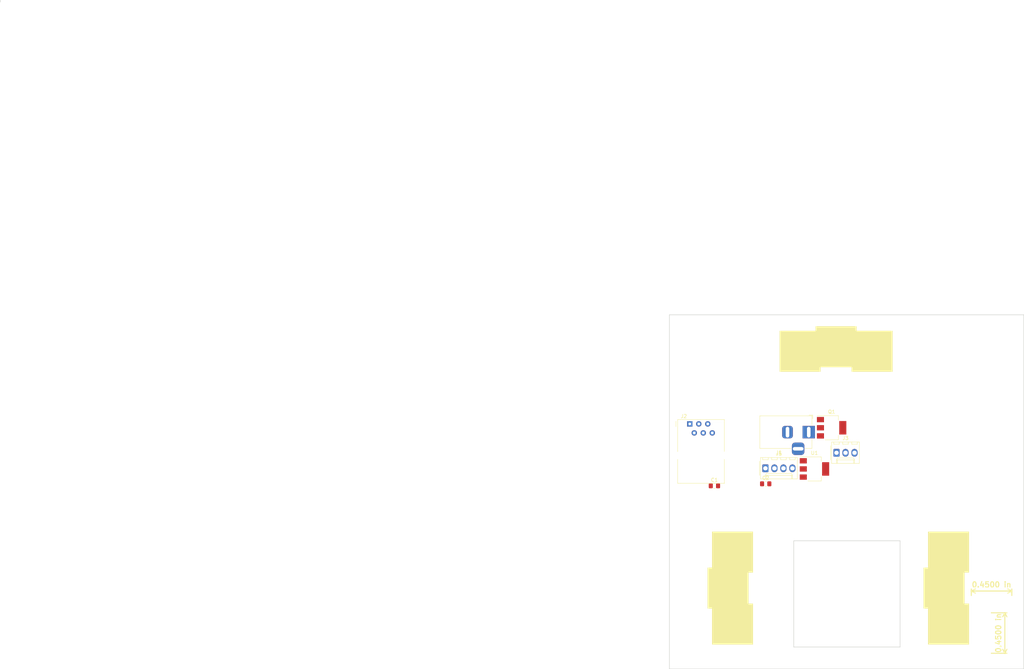
<source format=kicad_pcb>
(kicad_pcb (version 20171130) (host pcbnew "(5.0.1-3-g963ef8bb5)")

  (general
    (thickness 1.6)
    (drawings 20)
    (tracks 0)
    (zones 0)
    (modules 8)
    (nets 18)
  )

  (page A4)
  (title_block
    (title Incu-Simple)
  )

  (layers
    (0 F.Cu signal)
    (31 B.Cu signal)
    (32 B.Adhes user)
    (33 F.Adhes user)
    (34 B.Paste user)
    (35 F.Paste user)
    (36 B.SilkS user)
    (37 F.SilkS user)
    (38 B.Mask user)
    (39 F.Mask user)
    (40 Dwgs.User user)
    (41 Cmts.User user)
    (42 Eco1.User user)
    (43 Eco2.User user)
    (44 Edge.Cuts user)
    (45 Margin user)
    (46 B.CrtYd user)
    (47 F.CrtYd user)
    (48 B.Fab user)
    (49 F.Fab user)
  )

  (setup
    (last_trace_width 0.25)
    (trace_clearance 0.2)
    (zone_clearance 0.508)
    (zone_45_only no)
    (trace_min 0.2)
    (segment_width 0.2)
    (edge_width 0.2)
    (via_size 0.8)
    (via_drill 0.4)
    (via_min_size 0.4)
    (via_min_drill 0.3)
    (uvia_size 0.3)
    (uvia_drill 0.1)
    (uvias_allowed no)
    (uvia_min_size 0.2)
    (uvia_min_drill 0.1)
    (pcb_text_width 0.3)
    (pcb_text_size 1.5 1.5)
    (mod_edge_width 0.15)
    (mod_text_size 1 1)
    (mod_text_width 0.15)
    (pad_size 1.524 1.524)
    (pad_drill 0.762)
    (pad_to_mask_clearance 0.051)
    (solder_mask_min_width 0.25)
    (aux_axis_origin 0 0)
    (visible_elements FFFFFF7F)
    (pcbplotparams
      (layerselection 0x010fc_ffffffff)
      (usegerberextensions false)
      (usegerberattributes false)
      (usegerberadvancedattributes false)
      (creategerberjobfile false)
      (excludeedgelayer true)
      (linewidth 0.100000)
      (plotframeref false)
      (viasonmask false)
      (mode 1)
      (useauxorigin false)
      (hpglpennumber 1)
      (hpglpenspeed 20)
      (hpglpendiameter 15.000000)
      (psnegative false)
      (psa4output false)
      (plotreference true)
      (plotvalue true)
      (plotinvisibletext false)
      (padsonsilk false)
      (subtractmaskfromsilk false)
      (outputformat 1)
      (mirror false)
      (drillshape 1)
      (scaleselection 1)
      (outputdirectory ""))
  )

  (net 0 "")
  (net 1 +12V)
  (net 2 GND)
  (net 3 +5V)
  (net 4 "Net-(J2-Pad2)")
  (net 5 "Net-(J2-Pad1)")
  (net 6 "Net-(J3-Pad1)")
  (net 7 "Net-(J3-Pad2)")
  (net 8 "Net-(J3-Pad3)")
  (net 9 "Net-(J5-Pad1)")
  (net 10 "Net-(J5-Pad2)")
  (net 11 "Net-(J5-Pad3)")
  (net 12 "Net-(Q1-Pad1)")
  (net 13 "Net-(Q1-Pad3)")
  (net 14 "Net-(Q1-Pad2)")
  (net 15 "Net-(J2-Pad5)")
  (net 16 "Net-(J2-Pad4)")
  (net 17 "Net-(J2-Pad3)")

  (net_class Default "This is the default net class."
    (clearance 0.2)
    (trace_width 0.25)
    (via_dia 0.8)
    (via_drill 0.4)
    (uvia_dia 0.3)
    (uvia_drill 0.1)
    (add_net +12V)
    (add_net +5V)
    (add_net GND)
    (add_net "Net-(J2-Pad1)")
    (add_net "Net-(J2-Pad2)")
    (add_net "Net-(J2-Pad3)")
    (add_net "Net-(J2-Pad4)")
    (add_net "Net-(J2-Pad5)")
    (add_net "Net-(J3-Pad1)")
    (add_net "Net-(J3-Pad2)")
    (add_net "Net-(J3-Pad3)")
    (add_net "Net-(J5-Pad1)")
    (add_net "Net-(J5-Pad2)")
    (add_net "Net-(J5-Pad3)")
    (add_net "Net-(Q1-Pad1)")
    (add_net "Net-(Q1-Pad2)")
    (add_net "Net-(Q1-Pad3)")
  )

  (module Capacitor_SMD:C_0805_2012Metric_Pad1.15x1.40mm_HandSolder (layer F.Cu) (tedit 5B36C52B) (tstamp 5CD528B6)
    (at 212.695001 148.295001)
    (descr "Capacitor SMD 0805 (2012 Metric), square (rectangular) end terminal, IPC_7351 nominal with elongated pad for handsoldering. (Body size source: https://docs.google.com/spreadsheets/d/1BsfQQcO9C6DZCsRaXUlFlo91Tg2WpOkGARC1WS5S8t0/edit?usp=sharing), generated with kicad-footprint-generator")
    (tags "capacitor handsolder")
    (path /5C7EDD90)
    (attr smd)
    (fp_text reference C1 (at 0 -1.65) (layer F.SilkS)
      (effects (font (size 1 1) (thickness 0.15)))
    )
    (fp_text value C (at 0 1.65) (layer F.Fab)
      (effects (font (size 1 1) (thickness 0.15)))
    )
    (fp_text user %R (at 0 0) (layer F.Fab)
      (effects (font (size 0.5 0.5) (thickness 0.08)))
    )
    (fp_line (start 1.85 0.95) (end -1.85 0.95) (layer F.CrtYd) (width 0.05))
    (fp_line (start 1.85 -0.95) (end 1.85 0.95) (layer F.CrtYd) (width 0.05))
    (fp_line (start -1.85 -0.95) (end 1.85 -0.95) (layer F.CrtYd) (width 0.05))
    (fp_line (start -1.85 0.95) (end -1.85 -0.95) (layer F.CrtYd) (width 0.05))
    (fp_line (start -0.261252 0.71) (end 0.261252 0.71) (layer F.SilkS) (width 0.12))
    (fp_line (start -0.261252 -0.71) (end 0.261252 -0.71) (layer F.SilkS) (width 0.12))
    (fp_line (start 1 0.6) (end -1 0.6) (layer F.Fab) (width 0.1))
    (fp_line (start 1 -0.6) (end 1 0.6) (layer F.Fab) (width 0.1))
    (fp_line (start -1 -0.6) (end 1 -0.6) (layer F.Fab) (width 0.1))
    (fp_line (start -1 0.6) (end -1 -0.6) (layer F.Fab) (width 0.1))
    (pad 2 smd roundrect (at 1.025 0) (size 1.15 1.4) (layers F.Cu F.Paste F.Mask) (roundrect_rratio 0.217391)
      (net 2 GND))
    (pad 1 smd roundrect (at -1.025 0) (size 1.15 1.4) (layers F.Cu F.Paste F.Mask) (roundrect_rratio 0.217391)
      (net 1 +12V))
    (model ${KISYS3DMOD}/Capacitor_SMD.3dshapes/C_0805_2012Metric.wrl
      (at (xyz 0 0 0))
      (scale (xyz 1 1 1))
      (rotate (xyz 0 0 0))
    )
  )

  (module Capacitor_SMD:C_0805_2012Metric_Pad1.15x1.40mm_HandSolder (layer F.Cu) (tedit 5B36C52B) (tstamp 5CD528C7)
    (at 227.165001 147.725001)
    (descr "Capacitor SMD 0805 (2012 Metric), square (rectangular) end terminal, IPC_7351 nominal with elongated pad for handsoldering. (Body size source: https://docs.google.com/spreadsheets/d/1BsfQQcO9C6DZCsRaXUlFlo91Tg2WpOkGARC1WS5S8t0/edit?usp=sharing), generated with kicad-footprint-generator")
    (tags "capacitor handsolder")
    (path /5C7EDDCC)
    (attr smd)
    (fp_text reference C2 (at 0 -1.65) (layer F.SilkS)
      (effects (font (size 1 1) (thickness 0.15)))
    )
    (fp_text value C (at 0 1.65) (layer F.Fab)
      (effects (font (size 1 1) (thickness 0.15)))
    )
    (fp_line (start -1 0.6) (end -1 -0.6) (layer F.Fab) (width 0.1))
    (fp_line (start -1 -0.6) (end 1 -0.6) (layer F.Fab) (width 0.1))
    (fp_line (start 1 -0.6) (end 1 0.6) (layer F.Fab) (width 0.1))
    (fp_line (start 1 0.6) (end -1 0.6) (layer F.Fab) (width 0.1))
    (fp_line (start -0.261252 -0.71) (end 0.261252 -0.71) (layer F.SilkS) (width 0.12))
    (fp_line (start -0.261252 0.71) (end 0.261252 0.71) (layer F.SilkS) (width 0.12))
    (fp_line (start -1.85 0.95) (end -1.85 -0.95) (layer F.CrtYd) (width 0.05))
    (fp_line (start -1.85 -0.95) (end 1.85 -0.95) (layer F.CrtYd) (width 0.05))
    (fp_line (start 1.85 -0.95) (end 1.85 0.95) (layer F.CrtYd) (width 0.05))
    (fp_line (start 1.85 0.95) (end -1.85 0.95) (layer F.CrtYd) (width 0.05))
    (fp_text user %R (at 0 0) (layer F.Fab)
      (effects (font (size 0.5 0.5) (thickness 0.08)))
    )
    (pad 1 smd roundrect (at -1.025 0) (size 1.15 1.4) (layers F.Cu F.Paste F.Mask) (roundrect_rratio 0.217391)
      (net 3 +5V))
    (pad 2 smd roundrect (at 1.025 0) (size 1.15 1.4) (layers F.Cu F.Paste F.Mask) (roundrect_rratio 0.217391)
      (net 2 GND))
    (model ${KISYS3DMOD}/Capacitor_SMD.3dshapes/C_0805_2012Metric.wrl
      (at (xyz 0 0 0))
      (scale (xyz 1 1 1))
      (rotate (xyz 0 0 0))
    )
  )

  (module Connector_BarrelJack:BarrelJack_Horizontal (layer F.Cu) (tedit 5A1DBF6A) (tstamp 5CD528EA)
    (at 239.315001 133.130001)
    (descr "DC Barrel Jack")
    (tags "Power Jack")
    (path /5C7ED938)
    (fp_text reference J1 (at -8.45 5.75) (layer F.SilkS)
      (effects (font (size 1 1) (thickness 0.15)))
    )
    (fp_text value Conn_Coaxial_Power (at -6.2 -5.5) (layer F.Fab)
      (effects (font (size 1 1) (thickness 0.15)))
    )
    (fp_text user %R (at -3 -2.95) (layer F.Fab)
      (effects (font (size 1 1) (thickness 0.15)))
    )
    (fp_line (start -0.003213 -4.505425) (end 0.8 -3.75) (layer F.Fab) (width 0.1))
    (fp_line (start 1.1 -3.75) (end 1.1 -4.8) (layer F.SilkS) (width 0.12))
    (fp_line (start 0.05 -4.8) (end 1.1 -4.8) (layer F.SilkS) (width 0.12))
    (fp_line (start 1 -4.5) (end 1 -4.75) (layer F.CrtYd) (width 0.05))
    (fp_line (start 1 -4.75) (end -14 -4.75) (layer F.CrtYd) (width 0.05))
    (fp_line (start 1 -4.5) (end 1 -2) (layer F.CrtYd) (width 0.05))
    (fp_line (start 1 -2) (end 2 -2) (layer F.CrtYd) (width 0.05))
    (fp_line (start 2 -2) (end 2 2) (layer F.CrtYd) (width 0.05))
    (fp_line (start 2 2) (end 1 2) (layer F.CrtYd) (width 0.05))
    (fp_line (start 1 2) (end 1 4.75) (layer F.CrtYd) (width 0.05))
    (fp_line (start 1 4.75) (end -1 4.75) (layer F.CrtYd) (width 0.05))
    (fp_line (start -1 4.75) (end -1 6.75) (layer F.CrtYd) (width 0.05))
    (fp_line (start -1 6.75) (end -5 6.75) (layer F.CrtYd) (width 0.05))
    (fp_line (start -5 6.75) (end -5 4.75) (layer F.CrtYd) (width 0.05))
    (fp_line (start -5 4.75) (end -14 4.75) (layer F.CrtYd) (width 0.05))
    (fp_line (start -14 4.75) (end -14 -4.75) (layer F.CrtYd) (width 0.05))
    (fp_line (start -5 4.6) (end -13.8 4.6) (layer F.SilkS) (width 0.12))
    (fp_line (start -13.8 4.6) (end -13.8 -4.6) (layer F.SilkS) (width 0.12))
    (fp_line (start 0.9 1.9) (end 0.9 4.6) (layer F.SilkS) (width 0.12))
    (fp_line (start 0.9 4.6) (end -1 4.6) (layer F.SilkS) (width 0.12))
    (fp_line (start -13.8 -4.6) (end 0.9 -4.6) (layer F.SilkS) (width 0.12))
    (fp_line (start 0.9 -4.6) (end 0.9 -2) (layer F.SilkS) (width 0.12))
    (fp_line (start -10.2 -4.5) (end -10.2 4.5) (layer F.Fab) (width 0.1))
    (fp_line (start -13.7 -4.5) (end -13.7 4.5) (layer F.Fab) (width 0.1))
    (fp_line (start -13.7 4.5) (end 0.8 4.5) (layer F.Fab) (width 0.1))
    (fp_line (start 0.8 4.5) (end 0.8 -3.75) (layer F.Fab) (width 0.1))
    (fp_line (start 0 -4.5) (end -13.7 -4.5) (layer F.Fab) (width 0.1))
    (pad 1 thru_hole rect (at 0 0) (size 3.5 3.5) (drill oval 1 3) (layers *.Cu *.Mask)
      (net 1 +12V))
    (pad 2 thru_hole roundrect (at -6 0) (size 3 3.5) (drill oval 1 3) (layers *.Cu *.Mask) (roundrect_rratio 0.25)
      (net 2 GND))
    (pad 3 thru_hole roundrect (at -3 4.7) (size 3.5 3.5) (drill oval 3 1) (layers *.Cu *.Mask) (roundrect_rratio 0.25))
    (model ${KISYS3DMOD}/Connector_BarrelJack.3dshapes/BarrelJack_Horizontal.wrl
      (at (xyz 0 0 0))
      (scale (xyz 1 1 1))
      (rotate (xyz 0 0 0))
    )
  )

  (module Connector_RJ:RJ12_Amphenol_54601 (layer F.Cu) (tedit 5AE2E32D) (tstamp 5CD5290C)
    (at 205.74 130.81)
    (descr "RJ12 connector  https://cdn.amphenol-icc.com/media/wysiwyg/files/drawing/c-bmj-0082.pdf")
    (tags "RJ12 connector")
    (path /5CC89C51)
    (fp_text reference J2 (at -1.67 -2.16) (layer F.SilkS)
      (effects (font (size 1 1) (thickness 0.15)))
    )
    (fp_text value RJ12 (at 3.54 18.3) (layer F.Fab)
      (effects (font (size 1 1) (thickness 0.15)))
    )
    (fp_line (start -3.43 -0.48) (end -3.43 -1.23) (layer F.Fab) (width 0.1))
    (fp_line (start -2.93 0.02) (end -3.43 -0.48) (layer F.Fab) (width 0.1))
    (fp_line (start -3.43 0.52) (end -2.93 0.02) (layer F.Fab) (width 0.1))
    (fp_line (start -3.9 0.77) (end -3.9 -0.76) (layer F.SilkS) (width 0.12))
    (fp_line (start -3.43 7.79) (end -3.43 -1.23) (layer F.SilkS) (width 0.12))
    (fp_line (start -3.43 7.72) (end -3.43 7.79) (layer F.SilkS) (width 0.1))
    (fp_line (start -3.43 16.77) (end -3.43 9.99) (layer F.SilkS) (width 0.12))
    (fp_line (start 9.77 16.77) (end -3.43 16.77) (layer F.SilkS) (width 0.12))
    (fp_line (start 9.77 16.76) (end 9.77 16.77) (layer F.SilkS) (width 0.1))
    (fp_line (start 9.77 16.77) (end 9.77 9.99) (layer F.SilkS) (width 0.12))
    (fp_line (start 9.77 16.65) (end 9.77 16.77) (layer F.SilkS) (width 0.1))
    (fp_line (start 9.77 -1.23) (end 9.77 7.79) (layer F.SilkS) (width 0.12))
    (fp_line (start -3.43 -1.23) (end 9.77 -1.23) (layer F.SilkS) (width 0.12))
    (fp_line (start -4.04 17.27) (end -4.04 -1.73) (layer F.CrtYd) (width 0.05))
    (fp_line (start 10.38 17.27) (end -4.04 17.27) (layer F.CrtYd) (width 0.05))
    (fp_line (start 10.38 -1.73) (end 10.38 17.27) (layer F.CrtYd) (width 0.05))
    (fp_line (start -4.04 -1.73) (end 10.38 -1.73) (layer F.CrtYd) (width 0.05))
    (fp_line (start 9.77 16.77) (end -3.43 16.77) (layer F.Fab) (width 0.1))
    (fp_line (start 9.77 -1.23) (end 9.77 16.77) (layer F.Fab) (width 0.1))
    (fp_line (start -3.43 -1.23) (end 9.77 -1.23) (layer F.Fab) (width 0.1))
    (fp_line (start -3.43 16.77) (end -3.43 0.52) (layer F.Fab) (width 0.1))
    (fp_text user %R (at 3.16 7.76) (layer F.Fab)
      (effects (font (size 1 1) (thickness 0.15)))
    )
    (pad "" np_thru_hole circle (at 8.25 8.89) (size 3.25 3.25) (drill 3.25) (layers *.Cu *.Mask))
    (pad 6 thru_hole circle (at 6.35 2.54) (size 1.52 1.52) (drill 0.76) (layers *.Cu *.Mask)
      (net 2 GND))
    (pad 5 thru_hole circle (at 5.08 0) (size 1.52 1.52) (drill 0.76) (layers *.Cu *.Mask)
      (net 15 "Net-(J2-Pad5)"))
    (pad 4 thru_hole circle (at 3.81 2.54) (size 1.52 1.52) (drill 0.76) (layers *.Cu *.Mask)
      (net 16 "Net-(J2-Pad4)"))
    (pad 3 thru_hole circle (at 2.54 0) (size 1.52 1.52) (drill 0.76) (layers *.Cu *.Mask)
      (net 17 "Net-(J2-Pad3)"))
    (pad 2 thru_hole circle (at 1.27 2.54) (size 1.52 1.52) (drill 0.76) (layers *.Cu *.Mask)
      (net 4 "Net-(J2-Pad2)"))
    (pad "" np_thru_hole circle (at -1.91 8.89) (size 3.25 3.25) (drill 3.25) (layers *.Cu *.Mask))
    (pad 1 thru_hole rect (at 0 0) (size 1.52 1.52) (drill 0.76) (layers *.Cu *.Mask)
      (net 5 "Net-(J2-Pad1)"))
    (model ${KISYS3DMOD}/Connector_RJ.3dshapes/RJ12_Amphenol_54601.wrl
      (at (xyz 0 0 0))
      (scale (xyz 1 1 1))
      (rotate (xyz 0 0 0))
    )
  )

  (module Connector_Molex:Molex_KK-254_AE-6410-03A_1x03_P2.54mm_Vertical (layer F.Cu) (tedit 5B78013E) (tstamp 5CD52934)
    (at 247.145001 138.965001)
    (descr "Molex KK-254 Interconnect System, old/engineering part number: AE-6410-03A example for new part number: 22-27-2031, 3 Pins (http://www.molex.com/pdm_docs/sd/022272021_sd.pdf), generated with kicad-footprint-generator")
    (tags "connector Molex KK-254 side entry")
    (path /5C7EE008)
    (fp_text reference J3 (at 2.54 -4.12) (layer F.SilkS)
      (effects (font (size 1 1) (thickness 0.15)))
    )
    (fp_text value Onewire1 (at 2.54 4.08) (layer F.Fab)
      (effects (font (size 1 1) (thickness 0.15)))
    )
    (fp_line (start -1.27 -2.92) (end -1.27 2.88) (layer F.Fab) (width 0.1))
    (fp_line (start -1.27 2.88) (end 6.35 2.88) (layer F.Fab) (width 0.1))
    (fp_line (start 6.35 2.88) (end 6.35 -2.92) (layer F.Fab) (width 0.1))
    (fp_line (start 6.35 -2.92) (end -1.27 -2.92) (layer F.Fab) (width 0.1))
    (fp_line (start -1.38 -3.03) (end -1.38 2.99) (layer F.SilkS) (width 0.12))
    (fp_line (start -1.38 2.99) (end 6.46 2.99) (layer F.SilkS) (width 0.12))
    (fp_line (start 6.46 2.99) (end 6.46 -3.03) (layer F.SilkS) (width 0.12))
    (fp_line (start 6.46 -3.03) (end -1.38 -3.03) (layer F.SilkS) (width 0.12))
    (fp_line (start -1.67 -2) (end -1.67 2) (layer F.SilkS) (width 0.12))
    (fp_line (start -1.27 -0.5) (end -0.562893 0) (layer F.Fab) (width 0.1))
    (fp_line (start -0.562893 0) (end -1.27 0.5) (layer F.Fab) (width 0.1))
    (fp_line (start 0 2.99) (end 0 1.99) (layer F.SilkS) (width 0.12))
    (fp_line (start 0 1.99) (end 5.08 1.99) (layer F.SilkS) (width 0.12))
    (fp_line (start 5.08 1.99) (end 5.08 2.99) (layer F.SilkS) (width 0.12))
    (fp_line (start 0 1.99) (end 0.25 1.46) (layer F.SilkS) (width 0.12))
    (fp_line (start 0.25 1.46) (end 4.83 1.46) (layer F.SilkS) (width 0.12))
    (fp_line (start 4.83 1.46) (end 5.08 1.99) (layer F.SilkS) (width 0.12))
    (fp_line (start 0.25 2.99) (end 0.25 1.99) (layer F.SilkS) (width 0.12))
    (fp_line (start 4.83 2.99) (end 4.83 1.99) (layer F.SilkS) (width 0.12))
    (fp_line (start -0.8 -3.03) (end -0.8 -2.43) (layer F.SilkS) (width 0.12))
    (fp_line (start -0.8 -2.43) (end 0.8 -2.43) (layer F.SilkS) (width 0.12))
    (fp_line (start 0.8 -2.43) (end 0.8 -3.03) (layer F.SilkS) (width 0.12))
    (fp_line (start 1.74 -3.03) (end 1.74 -2.43) (layer F.SilkS) (width 0.12))
    (fp_line (start 1.74 -2.43) (end 3.34 -2.43) (layer F.SilkS) (width 0.12))
    (fp_line (start 3.34 -2.43) (end 3.34 -3.03) (layer F.SilkS) (width 0.12))
    (fp_line (start 4.28 -3.03) (end 4.28 -2.43) (layer F.SilkS) (width 0.12))
    (fp_line (start 4.28 -2.43) (end 5.88 -2.43) (layer F.SilkS) (width 0.12))
    (fp_line (start 5.88 -2.43) (end 5.88 -3.03) (layer F.SilkS) (width 0.12))
    (fp_line (start -1.77 -3.42) (end -1.77 3.38) (layer F.CrtYd) (width 0.05))
    (fp_line (start -1.77 3.38) (end 6.85 3.38) (layer F.CrtYd) (width 0.05))
    (fp_line (start 6.85 3.38) (end 6.85 -3.42) (layer F.CrtYd) (width 0.05))
    (fp_line (start 6.85 -3.42) (end -1.77 -3.42) (layer F.CrtYd) (width 0.05))
    (fp_text user %R (at 2.54 -2.22) (layer F.Fab)
      (effects (font (size 1 1) (thickness 0.15)))
    )
    (pad 1 thru_hole roundrect (at 0 0) (size 1.74 2.2) (drill 1.2) (layers *.Cu *.Mask) (roundrect_rratio 0.143678)
      (net 6 "Net-(J3-Pad1)"))
    (pad 2 thru_hole oval (at 2.54 0) (size 1.74 2.2) (drill 1.2) (layers *.Cu *.Mask)
      (net 7 "Net-(J3-Pad2)"))
    (pad 3 thru_hole oval (at 5.08 0) (size 1.74 2.2) (drill 1.2) (layers *.Cu *.Mask)
      (net 8 "Net-(J3-Pad3)"))
    (model ${KISYS3DMOD}/Connector_Molex.3dshapes/Molex_KK-254_AE-6410-03A_1x03_P2.54mm_Vertical.wrl
      (at (xyz 0 0 0))
      (scale (xyz 1 1 1))
      (rotate (xyz 0 0 0))
    )
  )

  (module Connector_Molex:Molex_KK-254_AE-6410-04A_1x04_P2.54mm_Vertical (layer F.Cu) (tedit 5B78013E) (tstamp 5CD52960)
    (at 227.085001 143.345001)
    (descr "Molex KK-254 Interconnect System, old/engineering part number: AE-6410-04A example for new part number: 22-27-2041, 4 Pins (http://www.molex.com/pdm_docs/sd/022272021_sd.pdf), generated with kicad-footprint-generator")
    (tags "connector Molex KK-254 side entry")
    (path /5C7EE281)
    (fp_text reference J5 (at 3.81 -4.12) (layer F.SilkS)
      (effects (font (size 1 1) (thickness 0.15)))
    )
    (fp_text value Onewire2 (at 3.81 4.08) (layer F.Fab)
      (effects (font (size 1 1) (thickness 0.15)))
    )
    (fp_line (start -1.27 -2.92) (end -1.27 2.88) (layer F.Fab) (width 0.1))
    (fp_line (start -1.27 2.88) (end 8.89 2.88) (layer F.Fab) (width 0.1))
    (fp_line (start 8.89 2.88) (end 8.89 -2.92) (layer F.Fab) (width 0.1))
    (fp_line (start 8.89 -2.92) (end -1.27 -2.92) (layer F.Fab) (width 0.1))
    (fp_line (start -1.38 -3.03) (end -1.38 2.99) (layer F.SilkS) (width 0.12))
    (fp_line (start -1.38 2.99) (end 9 2.99) (layer F.SilkS) (width 0.12))
    (fp_line (start 9 2.99) (end 9 -3.03) (layer F.SilkS) (width 0.12))
    (fp_line (start 9 -3.03) (end -1.38 -3.03) (layer F.SilkS) (width 0.12))
    (fp_line (start -1.67 -2) (end -1.67 2) (layer F.SilkS) (width 0.12))
    (fp_line (start -1.27 -0.5) (end -0.562893 0) (layer F.Fab) (width 0.1))
    (fp_line (start -0.562893 0) (end -1.27 0.5) (layer F.Fab) (width 0.1))
    (fp_line (start 0 2.99) (end 0 1.99) (layer F.SilkS) (width 0.12))
    (fp_line (start 0 1.99) (end 7.62 1.99) (layer F.SilkS) (width 0.12))
    (fp_line (start 7.62 1.99) (end 7.62 2.99) (layer F.SilkS) (width 0.12))
    (fp_line (start 0 1.99) (end 0.25 1.46) (layer F.SilkS) (width 0.12))
    (fp_line (start 0.25 1.46) (end 7.37 1.46) (layer F.SilkS) (width 0.12))
    (fp_line (start 7.37 1.46) (end 7.62 1.99) (layer F.SilkS) (width 0.12))
    (fp_line (start 0.25 2.99) (end 0.25 1.99) (layer F.SilkS) (width 0.12))
    (fp_line (start 7.37 2.99) (end 7.37 1.99) (layer F.SilkS) (width 0.12))
    (fp_line (start -0.8 -3.03) (end -0.8 -2.43) (layer F.SilkS) (width 0.12))
    (fp_line (start -0.8 -2.43) (end 0.8 -2.43) (layer F.SilkS) (width 0.12))
    (fp_line (start 0.8 -2.43) (end 0.8 -3.03) (layer F.SilkS) (width 0.12))
    (fp_line (start 1.74 -3.03) (end 1.74 -2.43) (layer F.SilkS) (width 0.12))
    (fp_line (start 1.74 -2.43) (end 3.34 -2.43) (layer F.SilkS) (width 0.12))
    (fp_line (start 3.34 -2.43) (end 3.34 -3.03) (layer F.SilkS) (width 0.12))
    (fp_line (start 4.28 -3.03) (end 4.28 -2.43) (layer F.SilkS) (width 0.12))
    (fp_line (start 4.28 -2.43) (end 5.88 -2.43) (layer F.SilkS) (width 0.12))
    (fp_line (start 5.88 -2.43) (end 5.88 -3.03) (layer F.SilkS) (width 0.12))
    (fp_line (start 6.82 -3.03) (end 6.82 -2.43) (layer F.SilkS) (width 0.12))
    (fp_line (start 6.82 -2.43) (end 8.42 -2.43) (layer F.SilkS) (width 0.12))
    (fp_line (start 8.42 -2.43) (end 8.42 -3.03) (layer F.SilkS) (width 0.12))
    (fp_line (start -1.77 -3.42) (end -1.77 3.38) (layer F.CrtYd) (width 0.05))
    (fp_line (start -1.77 3.38) (end 9.39 3.38) (layer F.CrtYd) (width 0.05))
    (fp_line (start 9.39 3.38) (end 9.39 -3.42) (layer F.CrtYd) (width 0.05))
    (fp_line (start 9.39 -3.42) (end -1.77 -3.42) (layer F.CrtYd) (width 0.05))
    (fp_text user %R (at 3.81 -2.22) (layer F.Fab)
      (effects (font (size 1 1) (thickness 0.15)))
    )
    (pad 1 thru_hole roundrect (at 0 0) (size 1.74 2.2) (drill 1.2) (layers *.Cu *.Mask) (roundrect_rratio 0.143678)
      (net 9 "Net-(J5-Pad1)"))
    (pad 2 thru_hole oval (at 2.54 0) (size 1.74 2.2) (drill 1.2) (layers *.Cu *.Mask)
      (net 10 "Net-(J5-Pad2)"))
    (pad 3 thru_hole oval (at 5.08 0) (size 1.74 2.2) (drill 1.2) (layers *.Cu *.Mask)
      (net 11 "Net-(J5-Pad3)"))
    (pad 4 thru_hole oval (at 7.62 0) (size 1.74 2.2) (drill 1.2) (layers *.Cu *.Mask))
    (model ${KISYS3DMOD}/Connector_Molex.3dshapes/Molex_KK-254_AE-6410-04A_1x04_P2.54mm_Vertical.wrl
      (at (xyz 0 0 0))
      (scale (xyz 1 1 1))
      (rotate (xyz 0 0 0))
    )
  )

  (module Package_TO_SOT_SMD:SOT-223-3_TabPin2 (layer F.Cu) (tedit 5A02FF57) (tstamp 5CD52976)
    (at 245.765001 131.895001)
    (descr "module CMS SOT223 4 pins")
    (tags "CMS SOT")
    (path /5C8944AE)
    (attr smd)
    (fp_text reference Q1 (at 0 -4.5) (layer F.SilkS)
      (effects (font (size 1 1) (thickness 0.15)))
    )
    (fp_text value BSP75 (at 0 4.5) (layer F.Fab)
      (effects (font (size 1 1) (thickness 0.15)))
    )
    (fp_text user %R (at 0 0 90) (layer F.Fab)
      (effects (font (size 0.8 0.8) (thickness 0.12)))
    )
    (fp_line (start 1.91 3.41) (end 1.91 2.15) (layer F.SilkS) (width 0.12))
    (fp_line (start 1.91 -3.41) (end 1.91 -2.15) (layer F.SilkS) (width 0.12))
    (fp_line (start 4.4 -3.6) (end -4.4 -3.6) (layer F.CrtYd) (width 0.05))
    (fp_line (start 4.4 3.6) (end 4.4 -3.6) (layer F.CrtYd) (width 0.05))
    (fp_line (start -4.4 3.6) (end 4.4 3.6) (layer F.CrtYd) (width 0.05))
    (fp_line (start -4.4 -3.6) (end -4.4 3.6) (layer F.CrtYd) (width 0.05))
    (fp_line (start -1.85 -2.35) (end -0.85 -3.35) (layer F.Fab) (width 0.1))
    (fp_line (start -1.85 -2.35) (end -1.85 3.35) (layer F.Fab) (width 0.1))
    (fp_line (start -1.85 3.41) (end 1.91 3.41) (layer F.SilkS) (width 0.12))
    (fp_line (start -0.85 -3.35) (end 1.85 -3.35) (layer F.Fab) (width 0.1))
    (fp_line (start -4.1 -3.41) (end 1.91 -3.41) (layer F.SilkS) (width 0.12))
    (fp_line (start -1.85 3.35) (end 1.85 3.35) (layer F.Fab) (width 0.1))
    (fp_line (start 1.85 -3.35) (end 1.85 3.35) (layer F.Fab) (width 0.1))
    (pad 2 smd rect (at 3.15 0) (size 2 3.8) (layers F.Cu F.Paste F.Mask)
      (net 14 "Net-(Q1-Pad2)"))
    (pad 2 smd rect (at -3.15 0) (size 2 1.5) (layers F.Cu F.Paste F.Mask)
      (net 14 "Net-(Q1-Pad2)"))
    (pad 3 smd rect (at -3.15 2.3) (size 2 1.5) (layers F.Cu F.Paste F.Mask)
      (net 13 "Net-(Q1-Pad3)"))
    (pad 1 smd rect (at -3.15 -2.3) (size 2 1.5) (layers F.Cu F.Paste F.Mask)
      (net 12 "Net-(Q1-Pad1)"))
    (model ${KISYS3DMOD}/Package_TO_SOT_SMD.3dshapes/SOT-223.wrl
      (at (xyz 0 0 0))
      (scale (xyz 1 1 1))
      (rotate (xyz 0 0 0))
    )
  )

  (module Package_TO_SOT_SMD:SOT-223-3_TabPin2 (layer F.Cu) (tedit 5A02FF57) (tstamp 5CD5298C)
    (at 240.925001 143.525001)
    (descr "module CMS SOT223 4 pins")
    (tags "CMS SOT")
    (path /5C7EDBD7)
    (attr smd)
    (fp_text reference U1 (at 0 -4.5) (layer F.SilkS)
      (effects (font (size 1 1) (thickness 0.15)))
    )
    (fp_text value MCP1703A-5002_SOT223 (at 0 4.5) (layer F.Fab)
      (effects (font (size 1 1) (thickness 0.15)))
    )
    (fp_line (start 1.85 -3.35) (end 1.85 3.35) (layer F.Fab) (width 0.1))
    (fp_line (start -1.85 3.35) (end 1.85 3.35) (layer F.Fab) (width 0.1))
    (fp_line (start -4.1 -3.41) (end 1.91 -3.41) (layer F.SilkS) (width 0.12))
    (fp_line (start -0.85 -3.35) (end 1.85 -3.35) (layer F.Fab) (width 0.1))
    (fp_line (start -1.85 3.41) (end 1.91 3.41) (layer F.SilkS) (width 0.12))
    (fp_line (start -1.85 -2.35) (end -1.85 3.35) (layer F.Fab) (width 0.1))
    (fp_line (start -1.85 -2.35) (end -0.85 -3.35) (layer F.Fab) (width 0.1))
    (fp_line (start -4.4 -3.6) (end -4.4 3.6) (layer F.CrtYd) (width 0.05))
    (fp_line (start -4.4 3.6) (end 4.4 3.6) (layer F.CrtYd) (width 0.05))
    (fp_line (start 4.4 3.6) (end 4.4 -3.6) (layer F.CrtYd) (width 0.05))
    (fp_line (start 4.4 -3.6) (end -4.4 -3.6) (layer F.CrtYd) (width 0.05))
    (fp_line (start 1.91 -3.41) (end 1.91 -2.15) (layer F.SilkS) (width 0.12))
    (fp_line (start 1.91 3.41) (end 1.91 2.15) (layer F.SilkS) (width 0.12))
    (fp_text user %R (at 0 0 90) (layer F.Fab)
      (effects (font (size 0.8 0.8) (thickness 0.12)))
    )
    (pad 1 smd rect (at -3.15 -2.3) (size 2 1.5) (layers F.Cu F.Paste F.Mask)
      (net 1 +12V))
    (pad 3 smd rect (at -3.15 2.3) (size 2 1.5) (layers F.Cu F.Paste F.Mask)
      (net 3 +5V))
    (pad 2 smd rect (at -3.15 0) (size 2 1.5) (layers F.Cu F.Paste F.Mask)
      (net 2 GND))
    (pad 2 smd rect (at 3.15 0) (size 2 3.8) (layers F.Cu F.Paste F.Mask)
      (net 2 GND))
    (model ${KISYS3DMOD}/Package_TO_SOT_SMD.3dshapes/SOT-223.wrl
      (at (xyz 0 0 0))
      (scale (xyz 1 1 1))
      (rotate (xyz 0 0 0))
    )
  )

  (gr_poly (pts (xy 252.75064 103.304058) (xy 252.75064 114.734058) (xy 241.32064 114.734058) (xy 241.32064 103.304058)) (layer F.SilkS) (width 0.15) (tstamp 5CB51722))
  (gr_poly (pts (xy 242.59064 104.574058) (xy 242.59064 116.004058) (xy 231.16064 116.004058) (xy 231.16064 104.574058)) (layer F.SilkS) (width 0.15) (tstamp 5CB51721))
  (gr_poly (pts (xy 262.91064 104.574058) (xy 262.91064 116.004058) (xy 251.48064 116.004058) (xy 251.48064 104.574058)) (layer F.SilkS) (width 0.15) (tstamp 5CB51720))
  (gr_poly (pts (xy 210.82 171.45) (xy 222.25 171.45) (xy 222.25 182.88) (xy 210.82 182.88)) (layer F.SilkS) (width 0.15) (tstamp 5CB51722))
  (gr_poly (pts (xy 212.09 181.61) (xy 223.52 181.61) (xy 223.52 193.04) (xy 212.09 193.04)) (layer F.SilkS) (width 0.15) (tstamp 5CB51721))
  (gr_poly (pts (xy 212.09 161.29) (xy 223.52 161.29) (xy 223.52 172.72) (xy 212.09 172.72)) (layer F.SilkS) (width 0.15) (tstamp 5CB51720))
  (gr_poly (pts (xy 273.05 161.29) (xy 284.48 161.29) (xy 284.48 172.72) (xy 273.05 172.72)) (layer F.SilkS) (width 0.15) (tstamp 5CB515F8))
  (gr_poly (pts (xy 271.78 171.45) (xy 283.21 171.45) (xy 283.21 182.88) (xy 271.78 182.88)) (layer F.SilkS) (width 0.15) (tstamp 5CB515E2))
  (dimension 11.43 (width 0.3) (layer F.SilkS)
    (gr_text "11,430 mm" (at 290.899408 175.902311) (layer F.SilkS)
      (effects (font (size 1.5 1.5) (thickness 0.3)))
    )
    (feature1 (pts (xy 285.184408 179.272311) (xy 285.184408 177.41589)))
    (feature2 (pts (xy 296.614408 179.272311) (xy 296.614408 177.41589)))
    (crossbar (pts (xy 296.614408 178.002311) (xy 285.184408 178.002311)))
    (arrow1a (pts (xy 285.184408 178.002311) (xy 286.310912 177.41589)))
    (arrow1b (pts (xy 285.184408 178.002311) (xy 286.310912 178.588732)))
    (arrow2a (pts (xy 296.614408 178.002311) (xy 295.487904 177.41589)))
    (arrow2b (pts (xy 296.614408 178.002311) (xy 295.487904 178.588732)))
  )
  (dimension 11.43 (width 0.3) (layer F.SilkS)
    (gr_text "11,430 mm" (at 296.74 189.865 90) (layer F.SilkS)
      (effects (font (size 1.5 1.5) (thickness 0.3)))
    )
    (feature1 (pts (xy 290.83 184.15) (xy 295.226421 184.15)))
    (feature2 (pts (xy 290.83 195.58) (xy 295.226421 195.58)))
    (crossbar (pts (xy 294.64 195.58) (xy 294.64 184.15)))
    (arrow1a (pts (xy 294.64 184.15) (xy 295.226421 185.276504)))
    (arrow1b (pts (xy 294.64 184.15) (xy 294.053579 185.276504)))
    (arrow2a (pts (xy 294.64 195.58) (xy 295.226421 194.453496)))
    (arrow2b (pts (xy 294.64 195.58) (xy 294.053579 194.453496)))
  )
  (gr_line (start 235.08 163.81) (end 265.08 163.81) (layer Edge.Cuts) (width 0.15))
  (gr_poly (pts (xy 273.05 181.61) (xy 284.48 181.61) (xy 284.48 193.04) (xy 273.05 193.04)) (layer F.SilkS) (width 0.15))
  (gr_line (start 235.08 193.81) (end 235.08 163.81) (layer Edge.Cuts) (width 0.15))
  (gr_line (start 235.08 193.81) (end 265.08 193.81) (layer Edge.Cuts) (width 0.15))
  (gr_line (start 265.08 193.81) (end 265.08 163.81) (layer Edge.Cuts) (width 0.15))
  (gr_line (start 11.176 11.684) (end 11.176 11.176) (layer Edge.Cuts) (width 0.15))
  (gr_line (start 200 100) (end 200 200) (layer Edge.Cuts) (width 0.15))
  (gr_line (start 300 200) (end 200 200) (layer Edge.Cuts) (width 0.15))
  (gr_line (start 300 100) (end 300 200) (layer Edge.Cuts) (width 0.15))
  (gr_line (start 200 100) (end 300 100) (layer Edge.Cuts) (width 0.15))

)

</source>
